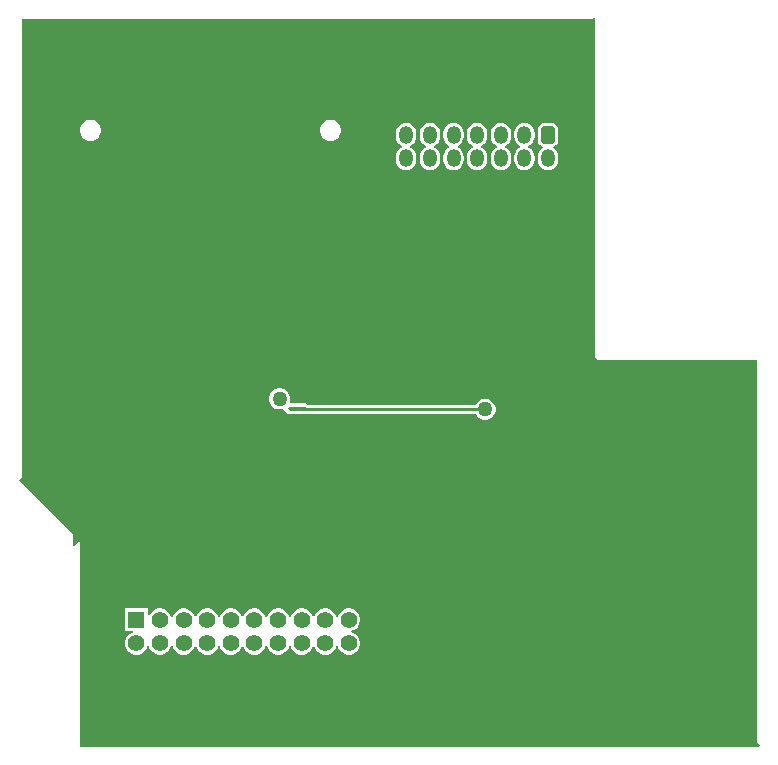
<source format=gbr>
%TF.GenerationSoftware,Altium Limited,Altium Designer,23.5.1 (21)*%
G04 Layer_Physical_Order=1*
G04 Layer_Color=255*
%FSLAX45Y45*%
%MOMM*%
%TF.SameCoordinates,246B43F8-C8EE-452E-B3C0-F8779A116AF4*%
%TF.FilePolarity,Positive*%
%TF.FileFunction,Copper,L1,Top,Signal*%
%TF.Part,Single*%
G01*
G75*
%TA.AperFunction,Conductor*%
%ADD10C,0.25400*%
%TA.AperFunction,ComponentPad*%
%ADD11O,1.20000X1.50000*%
G04:AMPARAMS|DCode=12|XSize=1.5mm|YSize=1.2mm|CornerRadius=0.3mm|HoleSize=0mm|Usage=FLASHONLY|Rotation=90.000|XOffset=0mm|YOffset=0mm|HoleType=Round|Shape=RoundedRectangle|*
%AMROUNDEDRECTD12*
21,1,1.50000,0.60000,0,0,90.0*
21,1,0.90000,1.20000,0,0,90.0*
1,1,0.60000,0.30000,0.45000*
1,1,0.60000,0.30000,-0.45000*
1,1,0.60000,-0.30000,-0.45000*
1,1,0.60000,-0.30000,0.45000*
%
%ADD12ROUNDEDRECTD12*%
%ADD13C,1.40000*%
%ADD14R,1.40000X1.40000*%
%TA.AperFunction,ViaPad*%
%ADD15C,1.27000*%
G36*
X4927600Y6297657D02*
Y3429000D01*
X4953000Y3403600D01*
X6299200D01*
Y165100D01*
X6324600Y139700D01*
X6311900Y127000D01*
X571500D01*
Y1879600D01*
X520700Y1828800D01*
X508000D01*
Y1930400D01*
X50800Y2387600D01*
X76200Y2413000D01*
Y6286500D01*
X4902200D01*
X4914900Y6299200D01*
X4915064Y6299692D01*
X4927600Y6297657D01*
D02*
G37*
%LPC*%
G36*
X2704104Y5435600D02*
X2680696D01*
X2658086Y5429542D01*
X2637814Y5417838D01*
X2621262Y5401286D01*
X2609558Y5381014D01*
X2603500Y5358404D01*
Y5334996D01*
X2609558Y5312386D01*
X2621262Y5292114D01*
X2637814Y5275562D01*
X2658086Y5263858D01*
X2680696Y5257800D01*
X2704104D01*
X2726714Y5263858D01*
X2746986Y5275562D01*
X2763538Y5292114D01*
X2775242Y5312386D01*
X2781300Y5334996D01*
Y5358404D01*
X2775242Y5381014D01*
X2763538Y5401286D01*
X2746986Y5417838D01*
X2726714Y5429542D01*
X2704104Y5435600D01*
D02*
G37*
G36*
X672104D02*
X648696D01*
X626086Y5429542D01*
X605814Y5417838D01*
X589262Y5401286D01*
X577558Y5381014D01*
X571500Y5358404D01*
Y5334996D01*
X577558Y5312386D01*
X589262Y5292114D01*
X605814Y5275562D01*
X626086Y5263858D01*
X648696Y5257800D01*
X672104D01*
X694714Y5263858D01*
X714986Y5275562D01*
X731538Y5292114D01*
X743242Y5312386D01*
X749300Y5334996D01*
Y5358404D01*
X743242Y5381014D01*
X731538Y5401286D01*
X714986Y5417838D01*
X694714Y5429542D01*
X672104Y5435600D01*
D02*
G37*
G36*
X4563600Y5410285D02*
X4503600D01*
X4481984Y5405986D01*
X4463659Y5393741D01*
X4451415Y5375416D01*
X4447115Y5353800D01*
Y5263800D01*
X4451415Y5242184D01*
X4463659Y5223859D01*
X4481984Y5211615D01*
X4486897Y5210638D01*
X4489112Y5203179D01*
X4489051Y5197260D01*
X4472692Y5184708D01*
X4459004Y5166868D01*
X4450398Y5146094D01*
X4447463Y5123800D01*
Y5093800D01*
X4450398Y5071506D01*
X4459004Y5050732D01*
X4472692Y5032892D01*
X4490532Y5019204D01*
X4511306Y5010598D01*
X4533600Y5007663D01*
X4555894Y5010598D01*
X4576668Y5019204D01*
X4594508Y5032892D01*
X4608197Y5050732D01*
X4616802Y5071506D01*
X4619737Y5093800D01*
Y5123800D01*
X4616802Y5146094D01*
X4608197Y5166868D01*
X4594508Y5184708D01*
X4578149Y5197260D01*
X4578088Y5203179D01*
X4580303Y5210638D01*
X4585216Y5211615D01*
X4603541Y5223859D01*
X4615786Y5242184D01*
X4620085Y5263800D01*
Y5353800D01*
X4615786Y5375416D01*
X4603541Y5393741D01*
X4585216Y5405986D01*
X4563600Y5410285D01*
D02*
G37*
G36*
X4333600Y5409937D02*
X4311306Y5407002D01*
X4290532Y5398397D01*
X4272692Y5384708D01*
X4259003Y5366868D01*
X4250398Y5346094D01*
X4247463Y5323800D01*
Y5293800D01*
X4250398Y5271506D01*
X4259003Y5250732D01*
X4272692Y5232892D01*
X4290532Y5219204D01*
X4299054Y5215673D01*
Y5201927D01*
X4290532Y5198397D01*
X4272692Y5184708D01*
X4259003Y5166868D01*
X4250398Y5146094D01*
X4247463Y5123800D01*
Y5093800D01*
X4250398Y5071506D01*
X4259003Y5050732D01*
X4272692Y5032892D01*
X4290532Y5019204D01*
X4311306Y5010598D01*
X4333600Y5007663D01*
X4355894Y5010598D01*
X4376668Y5019204D01*
X4394508Y5032892D01*
X4408196Y5050732D01*
X4416802Y5071506D01*
X4419737Y5093800D01*
Y5123800D01*
X4416802Y5146094D01*
X4408196Y5166868D01*
X4394508Y5184708D01*
X4376668Y5198397D01*
X4368145Y5201927D01*
Y5215673D01*
X4376668Y5219204D01*
X4394508Y5232892D01*
X4408196Y5250732D01*
X4416802Y5271506D01*
X4419737Y5293800D01*
Y5323800D01*
X4416802Y5346094D01*
X4408196Y5366868D01*
X4394508Y5384708D01*
X4376668Y5398397D01*
X4355894Y5407002D01*
X4333600Y5409937D01*
D02*
G37*
G36*
X4133600Y5409937D02*
X4111306Y5407002D01*
X4090532Y5398396D01*
X4072692Y5384708D01*
X4059004Y5366868D01*
X4050398Y5346094D01*
X4047463Y5323800D01*
Y5293800D01*
X4050398Y5271506D01*
X4059004Y5250731D01*
X4072692Y5232892D01*
X4090532Y5219203D01*
X4099054Y5215673D01*
X4099054Y5201927D01*
X4090532Y5198397D01*
X4072692Y5184708D01*
X4059004Y5166869D01*
X4050398Y5146094D01*
X4047463Y5123800D01*
Y5093800D01*
X4050398Y5071506D01*
X4059004Y5050732D01*
X4072692Y5032892D01*
X4090532Y5019204D01*
X4111306Y5010598D01*
X4133600Y5007663D01*
X4155894Y5010598D01*
X4176668Y5019204D01*
X4194508Y5032892D01*
X4208197Y5050732D01*
X4216802Y5071506D01*
X4219737Y5093800D01*
Y5123800D01*
X4216802Y5146094D01*
X4208197Y5166869D01*
X4194508Y5184708D01*
X4176668Y5198397D01*
X4168146Y5201927D01*
X4168146Y5215673D01*
X4176669Y5219203D01*
X4194508Y5232892D01*
X4208197Y5250731D01*
X4216802Y5271506D01*
X4219737Y5293800D01*
Y5323800D01*
X4216802Y5346094D01*
X4208197Y5366868D01*
X4194508Y5384708D01*
X4176669Y5398396D01*
X4155894Y5407002D01*
X4133600Y5409937D01*
D02*
G37*
G36*
X3933600D02*
X3911306Y5407002D01*
X3890531Y5398396D01*
X3872692Y5384708D01*
X3859003Y5366868D01*
X3850398Y5346094D01*
X3847463Y5323800D01*
Y5293800D01*
X3850398Y5271506D01*
X3859003Y5250731D01*
X3872692Y5232892D01*
X3890531Y5219203D01*
X3899054Y5215673D01*
X3899054Y5201927D01*
X3890532Y5198397D01*
X3872692Y5184708D01*
X3859003Y5166869D01*
X3850398Y5146094D01*
X3847463Y5123800D01*
Y5093800D01*
X3850398Y5071506D01*
X3859003Y5050732D01*
X3872692Y5032892D01*
X3890532Y5019204D01*
X3911306Y5010598D01*
X3933600Y5007663D01*
X3955894Y5010598D01*
X3976668Y5019204D01*
X3994508Y5032892D01*
X4008196Y5050732D01*
X4016802Y5071506D01*
X4019737Y5093800D01*
Y5123800D01*
X4016802Y5146094D01*
X4008196Y5166869D01*
X3994508Y5184708D01*
X3976668Y5198397D01*
X3968146Y5201927D01*
X3968146Y5215673D01*
X3976668Y5219203D01*
X3994508Y5232892D01*
X4008196Y5250731D01*
X4016802Y5271506D01*
X4019737Y5293800D01*
Y5323800D01*
X4016802Y5346094D01*
X4008196Y5366868D01*
X3994508Y5384708D01*
X3976668Y5398396D01*
X3955894Y5407002D01*
X3933600Y5409937D01*
D02*
G37*
G36*
X3733600D02*
X3711306Y5407002D01*
X3690531Y5398396D01*
X3672692Y5384708D01*
X3659003Y5366868D01*
X3650398Y5346094D01*
X3647463Y5323800D01*
Y5293800D01*
X3650398Y5271506D01*
X3659003Y5250731D01*
X3672692Y5232892D01*
X3690531Y5219203D01*
X3699054Y5215673D01*
X3699054Y5201927D01*
X3690532Y5198397D01*
X3672692Y5184708D01*
X3659003Y5166869D01*
X3650398Y5146094D01*
X3647463Y5123800D01*
Y5093800D01*
X3650398Y5071506D01*
X3659003Y5050732D01*
X3672692Y5032892D01*
X3690532Y5019204D01*
X3711306Y5010598D01*
X3733600Y5007663D01*
X3755894Y5010598D01*
X3776668Y5019204D01*
X3794508Y5032892D01*
X3808196Y5050732D01*
X3816802Y5071506D01*
X3819737Y5093800D01*
Y5123800D01*
X3816802Y5146094D01*
X3808196Y5166869D01*
X3794508Y5184708D01*
X3776668Y5198397D01*
X3768146Y5201927D01*
X3768146Y5215673D01*
X3776668Y5219203D01*
X3794508Y5232892D01*
X3808196Y5250731D01*
X3816802Y5271506D01*
X3819737Y5293800D01*
Y5323800D01*
X3816802Y5346094D01*
X3808196Y5366868D01*
X3794508Y5384708D01*
X3776668Y5398396D01*
X3755894Y5407002D01*
X3733600Y5409937D01*
D02*
G37*
G36*
X3533600D02*
X3511306Y5407002D01*
X3490531Y5398396D01*
X3472692Y5384708D01*
X3459003Y5366868D01*
X3450398Y5346094D01*
X3447463Y5323800D01*
Y5293800D01*
X3450398Y5271506D01*
X3459003Y5250732D01*
X3472692Y5232892D01*
X3490531Y5219203D01*
X3499054Y5215673D01*
X3499054Y5201927D01*
X3490532Y5198397D01*
X3472692Y5184708D01*
X3459003Y5166868D01*
X3450398Y5146094D01*
X3447463Y5123800D01*
Y5093800D01*
X3450398Y5071506D01*
X3459003Y5050732D01*
X3472692Y5032892D01*
X3490532Y5019204D01*
X3511306Y5010598D01*
X3533600Y5007663D01*
X3555894Y5010598D01*
X3576668Y5019204D01*
X3594508Y5032892D01*
X3608196Y5050732D01*
X3616802Y5071506D01*
X3619737Y5093800D01*
Y5123800D01*
X3616802Y5146094D01*
X3608196Y5166868D01*
X3594508Y5184708D01*
X3576668Y5198397D01*
X3568146Y5201927D01*
X3568146Y5215673D01*
X3576668Y5219203D01*
X3594508Y5232892D01*
X3608196Y5250732D01*
X3616802Y5271506D01*
X3619737Y5293800D01*
Y5323800D01*
X3616802Y5346094D01*
X3608196Y5366868D01*
X3594508Y5384708D01*
X3576668Y5398396D01*
X3555894Y5407002D01*
X3533600Y5409937D01*
D02*
G37*
G36*
X3333600D02*
X3311306Y5407002D01*
X3290531Y5398396D01*
X3272692Y5384708D01*
X3259003Y5366868D01*
X3250398Y5346094D01*
X3247463Y5323800D01*
Y5293800D01*
X3250398Y5271506D01*
X3259003Y5250732D01*
X3272692Y5232892D01*
X3290531Y5219203D01*
X3299054Y5215673D01*
Y5201927D01*
X3290532Y5198397D01*
X3272692Y5184708D01*
X3259004Y5166869D01*
X3250398Y5146094D01*
X3247463Y5123800D01*
Y5093800D01*
X3250398Y5071506D01*
X3259004Y5050732D01*
X3272692Y5032892D01*
X3290532Y5019204D01*
X3311306Y5010598D01*
X3333600Y5007663D01*
X3355894Y5010598D01*
X3376668Y5019204D01*
X3394508Y5032892D01*
X3408197Y5050732D01*
X3416802Y5071506D01*
X3419737Y5093800D01*
Y5123800D01*
X3416802Y5146094D01*
X3408197Y5166869D01*
X3394508Y5184708D01*
X3376668Y5198397D01*
X3368146Y5201927D01*
Y5215673D01*
X3376668Y5219203D01*
X3394508Y5232892D01*
X3408196Y5250732D01*
X3416802Y5271506D01*
X3419737Y5293800D01*
Y5323800D01*
X3416802Y5346094D01*
X3408196Y5366868D01*
X3394508Y5384708D01*
X3376668Y5398396D01*
X3355894Y5407002D01*
X3333600Y5409937D01*
D02*
G37*
G36*
X2272304Y3162300D02*
X2248896D01*
X2226286Y3156242D01*
X2206014Y3144538D01*
X2189462Y3127986D01*
X2177758Y3107714D01*
X2171700Y3085104D01*
Y3061696D01*
X2177758Y3039086D01*
X2189462Y3018814D01*
X2206014Y3002262D01*
X2226286Y2990558D01*
X2248896Y2984500D01*
X2272304D01*
X2286760Y2988373D01*
X2300911Y2982334D01*
X2309331Y2969731D01*
X2316945Y2964645D01*
X2322031Y2957031D01*
X2334634Y2948611D01*
X2349500Y2945653D01*
X3920275D01*
X3929362Y2929914D01*
X3945914Y2913362D01*
X3966186Y2901658D01*
X3988796Y2895600D01*
X4012204D01*
X4034814Y2901658D01*
X4055086Y2913362D01*
X4071638Y2929914D01*
X4083342Y2950186D01*
X4089400Y2972796D01*
Y2996204D01*
X4083342Y3018814D01*
X4071638Y3039086D01*
X4055086Y3055638D01*
X4034814Y3067342D01*
X4012204Y3073400D01*
X3988796D01*
X3966186Y3067342D01*
X3945914Y3055638D01*
X3929362Y3039086D01*
X3920275Y3023347D01*
X2504852D01*
X2503969Y3024669D01*
X2491366Y3033089D01*
X2476500Y3036047D01*
X2355775D01*
X2346030Y3048747D01*
X2349500Y3061696D01*
Y3085104D01*
X2343442Y3107714D01*
X2331738Y3127986D01*
X2315186Y3144538D01*
X2294914Y3156242D01*
X2272304Y3162300D01*
D02*
G37*
G36*
X2860460Y1298700D02*
X2835341D01*
X2811077Y1292199D01*
X2789323Y1279639D01*
X2771561Y1261877D01*
X2759002Y1240123D01*
X2754474Y1223226D01*
X2741326D01*
X2736799Y1240123D01*
X2724239Y1261877D01*
X2706477Y1279639D01*
X2684723Y1292199D01*
X2660460Y1298700D01*
X2635341D01*
X2611077Y1292199D01*
X2589323Y1279639D01*
X2571561Y1261877D01*
X2559002Y1240123D01*
X2554474Y1223226D01*
X2541326D01*
X2536799Y1240123D01*
X2524239Y1261877D01*
X2506477Y1279639D01*
X2484723Y1292199D01*
X2460460Y1298700D01*
X2435341D01*
X2411077Y1292199D01*
X2389323Y1279639D01*
X2371561Y1261877D01*
X2359002Y1240123D01*
X2354474Y1223226D01*
X2341326D01*
X2336798Y1240123D01*
X2324239Y1261877D01*
X2306477Y1279639D01*
X2284723Y1292199D01*
X2260460Y1298700D01*
X2235340D01*
X2211077Y1292199D01*
X2189323Y1279639D01*
X2171561Y1261877D01*
X2159002Y1240123D01*
X2154474Y1223226D01*
X2141326D01*
X2136798Y1240123D01*
X2124239Y1261877D01*
X2106477Y1279639D01*
X2084723Y1292199D01*
X2060459Y1298700D01*
X2035340D01*
X2011077Y1292199D01*
X1989323Y1279639D01*
X1971561Y1261877D01*
X1959001Y1240123D01*
X1954474Y1223226D01*
X1941326D01*
X1936798Y1240123D01*
X1924239Y1261877D01*
X1906477Y1279639D01*
X1884723Y1292199D01*
X1860459Y1298700D01*
X1835340D01*
X1811077Y1292199D01*
X1789323Y1279639D01*
X1771561Y1261877D01*
X1759001Y1240123D01*
X1754474Y1223226D01*
X1741326D01*
X1736798Y1240123D01*
X1724239Y1261877D01*
X1706477Y1279639D01*
X1684723Y1292199D01*
X1660459Y1298700D01*
X1635340D01*
X1611077Y1292199D01*
X1589323Y1279639D01*
X1571561Y1261877D01*
X1559001Y1240123D01*
X1554474Y1223226D01*
X1541326D01*
X1536798Y1240123D01*
X1524239Y1261877D01*
X1506477Y1279639D01*
X1484722Y1292199D01*
X1460459Y1298700D01*
X1435340D01*
X1411077Y1292199D01*
X1389323Y1279639D01*
X1371561Y1261877D01*
X1359001Y1240123D01*
X1354474Y1223226D01*
X1341325D01*
X1336798Y1240123D01*
X1324238Y1261877D01*
X1306476Y1279639D01*
X1284722Y1292199D01*
X1260459Y1298700D01*
X1235340D01*
X1211077Y1292199D01*
X1189322Y1279639D01*
X1171561Y1261877D01*
X1159001Y1240123D01*
X1155999Y1228921D01*
X1143299Y1230592D01*
Y1298700D01*
X952499D01*
Y1107900D01*
X1020607D01*
X1022279Y1095200D01*
X1011076Y1092198D01*
X989322Y1079639D01*
X971560Y1061877D01*
X959001Y1040123D01*
X952499Y1015860D01*
Y990740D01*
X959001Y966477D01*
X971560Y944723D01*
X989322Y926961D01*
X1011076Y914402D01*
X1035340Y907900D01*
X1060459D01*
X1084722Y914402D01*
X1106476Y926961D01*
X1124238Y944723D01*
X1136798Y966477D01*
X1141325Y983374D01*
X1154473D01*
X1159001Y966477D01*
X1171561Y944723D01*
X1189322Y926961D01*
X1211077Y914402D01*
X1235340Y907900D01*
X1260459D01*
X1284722Y914402D01*
X1306476Y926961D01*
X1324238Y944723D01*
X1336798Y966477D01*
X1341325Y983374D01*
X1354474D01*
X1359001Y966477D01*
X1371561Y944723D01*
X1389323Y926961D01*
X1411077Y914402D01*
X1435340Y907900D01*
X1460459D01*
X1484722Y914402D01*
X1506477Y926961D01*
X1524239Y944723D01*
X1536798Y966477D01*
X1541326Y983374D01*
X1554474D01*
X1559001Y966477D01*
X1571561Y944723D01*
X1589323Y926961D01*
X1611077Y914402D01*
X1635340Y907900D01*
X1660459D01*
X1684723Y914402D01*
X1706477Y926961D01*
X1724239Y944723D01*
X1736798Y966477D01*
X1741326Y983374D01*
X1754474D01*
X1759001Y966477D01*
X1771561Y944723D01*
X1789323Y926961D01*
X1811077Y914402D01*
X1835340Y907900D01*
X1860459D01*
X1884723Y914402D01*
X1906477Y926961D01*
X1924239Y944723D01*
X1936798Y966477D01*
X1941326Y983374D01*
X1954474D01*
X1959001Y966477D01*
X1971561Y944723D01*
X1989323Y926961D01*
X2011077Y914402D01*
X2035340Y907900D01*
X2060459D01*
X2084723Y914402D01*
X2106477Y926961D01*
X2124239Y944723D01*
X2136798Y966477D01*
X2141326Y983374D01*
X2154474D01*
X2159002Y966477D01*
X2171561Y944723D01*
X2189323Y926961D01*
X2211077Y914402D01*
X2235340Y907900D01*
X2260460D01*
X2284723Y914402D01*
X2306477Y926961D01*
X2324239Y944723D01*
X2336798Y966477D01*
X2341326Y983374D01*
X2354474D01*
X2359002Y966477D01*
X2371561Y944723D01*
X2389323Y926961D01*
X2411077Y914402D01*
X2435341Y907900D01*
X2460460D01*
X2484723Y914402D01*
X2506477Y926961D01*
X2524239Y944723D01*
X2536799Y966477D01*
X2541326Y983374D01*
X2554474D01*
X2559002Y966477D01*
X2571561Y944723D01*
X2589323Y926961D01*
X2611077Y914402D01*
X2635341Y907900D01*
X2660460D01*
X2684723Y914402D01*
X2706477Y926961D01*
X2724239Y944723D01*
X2736799Y966477D01*
X2741326Y983374D01*
X2754474D01*
X2759002Y966477D01*
X2771561Y944723D01*
X2789323Y926961D01*
X2811077Y914402D01*
X2835341Y907900D01*
X2860460D01*
X2884723Y914402D01*
X2906477Y926961D01*
X2924239Y944723D01*
X2936799Y966477D01*
X2943300Y990740D01*
Y1015860D01*
X2936799Y1040123D01*
X2924239Y1061877D01*
X2906477Y1079639D01*
X2884723Y1092198D01*
X2867826Y1096726D01*
Y1109874D01*
X2884723Y1114402D01*
X2906477Y1126961D01*
X2924239Y1144723D01*
X2936799Y1166477D01*
X2943300Y1190741D01*
Y1215860D01*
X2936799Y1240123D01*
X2924239Y1261877D01*
X2906477Y1279639D01*
X2884723Y1292199D01*
X2860460Y1298700D01*
D02*
G37*
%LPD*%
D10*
X2336800Y2997200D02*
X2476500D01*
X2349500Y2984500D02*
X4000500D01*
X2260600Y3073400D02*
X2273300Y3060700D01*
D11*
X3333600Y5108800D02*
D03*
X3333600Y5308800D02*
D03*
X3533600Y5108800D02*
D03*
Y5308800D02*
D03*
X3733600Y5108800D02*
D03*
Y5308800D02*
D03*
X3933600Y5108800D02*
D03*
Y5308800D02*
D03*
X4133600Y5108800D02*
D03*
Y5308800D02*
D03*
X4333600Y5108800D02*
D03*
X4533600D02*
D03*
X4333600Y5308800D02*
D03*
D12*
X4533600D02*
D03*
D13*
X2847900Y1003300D02*
D03*
X2647900D02*
D03*
X2447900D02*
D03*
X2247900D02*
D03*
X2047900D02*
D03*
X1847900D02*
D03*
X1647900D02*
D03*
X1447900D02*
D03*
X1247899D02*
D03*
X1047899D02*
D03*
X2847900Y1203300D02*
D03*
X2647900D02*
D03*
X2447900D02*
D03*
X2247900D02*
D03*
X2047900D02*
D03*
X1847900D02*
D03*
X1647900D02*
D03*
X1447900D02*
D03*
X1247899D02*
D03*
D14*
X1047899D02*
D03*
D15*
X2260600Y3073400D02*
D03*
X4000500Y2984500D02*
D03*
%TF.MD5,8236978cce49d692f662b41f77ecff97*%
M02*

</source>
